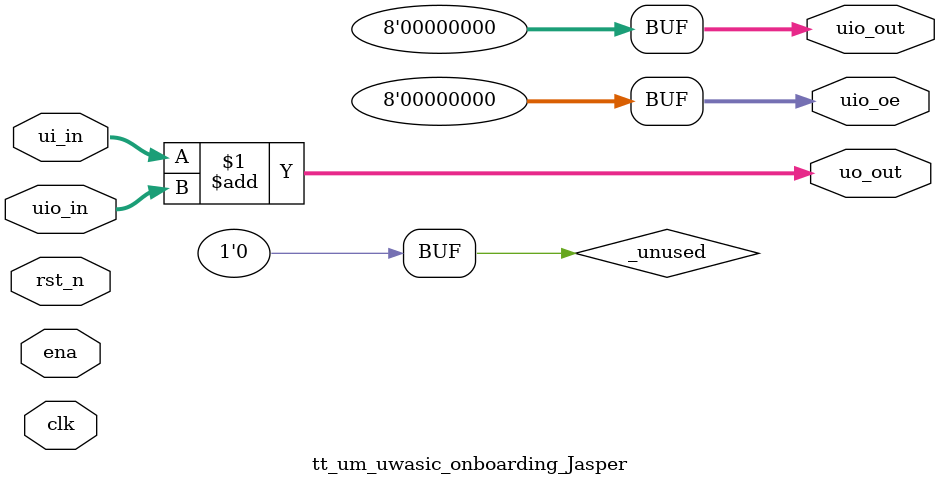
<source format=v>
/*
 * Copyright (c) 2024 Your Name
 * SPDX-License-Identifier: Apache-2.0
 */

`default_nettype none

module tt_um_uwasic_onboarding_Jasper (
    input  wire [7:0] ui_in,    // Dedicated inputs
    output wire [7:0] uo_out,   // Dedicated outputs
    input  wire [7:0] uio_in,   // IOs: Input path
    output wire [7:0] uio_out,  // IOs: Output path
    output wire [7:0] uio_oe,   // IOs: Enable path (active high: 0=input, 1=output)
    input  wire       ena,      // always 1 when the design is powered, so you can ignore it
    input  wire       clk,      // clock
    input  wire       rst_n     // reset_n - low to reset
);

  // All output pins must be assigned. If not used, assign to 0.
  assign uo_out  = ui_in + uio_in;  // Example: ou_out is the sum of ui_in and uio_in
  assign uio_out = 0;
  assign uio_oe  = 0;

  // List all unused inputs to prevent warnings
  wire _unused = &{ena, clk, rst_n, 1'b0};

endmodule

</source>
